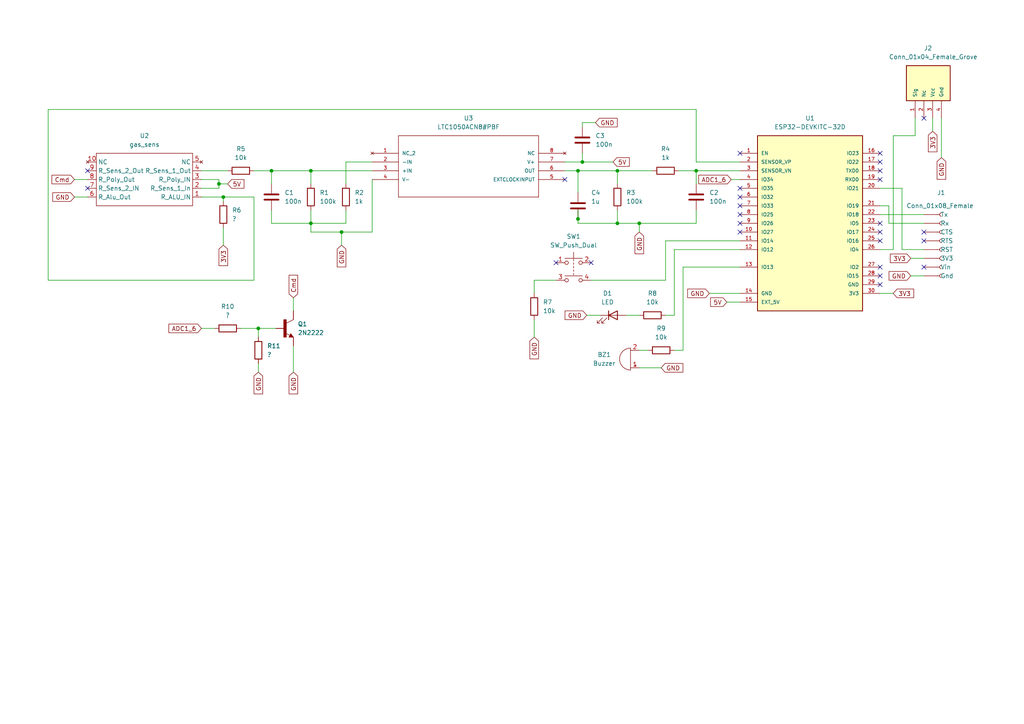
<source format=kicad_sch>
(kicad_sch (version 20211123) (generator eeschema)
  (paper "A4")
  (title_block (title "Schématique capteur de gaz_V1") (date "2021-11-30") (company "INSA Toulouse"))
  (lib_symbols
    (symbol "110990030:110990030" (pin_names (offset 1.016))
      (property "Reference" "J2" (at 6.35 0.0001 0))
      (property "Value" "Conn_01x04_Female_Grove" (at 6.35 -2.5399 0))
      (symbol "110990030_0_0"
        (rectangle (start -5.08 -7.62) (end 5.08 5.08) (stroke (width 0.254)) (fill (type background)))
        (pin passive line (at -10.16 2.54 0) (length 5.08) (name "Sig") (number "1"))
        (pin passive line (at -10.16 0 0) (length 5.08) (name "Nc") (number "2"))
        (pin passive line (at -10.16 -2.54 0) (length 5.08) (name "Vcc") (number "3"))
        (pin passive line (at -10.16 -5.08 0) (length 5.08) (name "Gnd") (number "4"))
      )
    )
    (symbol "2N2222:2N2222" (pin_numbers hide) (pin_names (offset 1.016) hide)
      (property "Reference" "Q" (at -10.16 7.62 0))
      (property "Value" "2N2222" (at -10.16 -7.62 0))
      (symbol "2N2222_0_0"
        (rectangle (start -0.254 -2.54) (end 0.508 2.54) (fill (type outline)))
        (polyline (pts (xy 1.27 -2.54) (xy 1.778 -1.524)) (stroke (width 0.1524)))
        (polyline (pts (xy 1.524 -2.413) (xy 2.286 -2.413)) (stroke (width 0.254)))
        (polyline (pts (xy 1.524 -2.286) (xy 1.905 -2.286)) (stroke (width 0.254)))
        (polyline (pts (xy 1.5494 -2.032) (xy 0.3048 -1.4224)) (stroke (width 0.1524)))
        (polyline (pts (xy 1.778 -1.778) (xy 1.524 -2.286)) (stroke (width 0.254)))
        (polyline (pts (xy 1.778 -1.524) (xy 2.54 -2.54)) (stroke (width 0.1524)))
        (polyline (pts (xy 1.905 -2.286) (xy 1.778 -2.032)) (stroke (width 0.254)))
        (polyline (pts (xy 2.286 -2.413) (xy 1.778 -1.778)) (stroke (width 0.254)))
        (polyline (pts (xy 2.54 -2.54) (xy 1.27 -2.54)) (stroke (width 0.1524)))
        (polyline (pts (xy 2.54 2.54) (xy 0.508 1.524)) (stroke (width 0.1524)))
        (pin passive line (at 2.54 -5.08 90) (length 2.54) (name "~") (number "1"))
        (pin passive line (at -2.54 0 0) (length 2.54) (name "~") (number "2"))
        (pin passive line (at 2.54 5.08 270) (length 2.54) (name "~") (number "3"))
      )
    )
    (symbol "Connector:Conn_01x08_Female" (pin_numbers hide) (pin_names (offset 1.016))
      (property "Reference" "J1" (at -1.27 13.97 0))
      (property "Value" "Conn_01x08_Female" (at -10.16 10.16 0))
      (symbol "Conn_01x08_Female_1_1"
        (arc (start 0 -9.652) (mid -0.508 -10.16) (end 0 -10.668) (stroke (width 0.1524)))
        (arc (start 0 -7.112) (mid -0.508 -7.62) (end 0 -8.128) (stroke (width 0.1524)))
        (arc (start 0 -4.572) (mid -0.508 -5.08) (end 0 -5.588) (stroke (width 0.1524)))
        (arc (start 0 -2.032) (mid -0.508 -2.54) (end 0 -3.048) (stroke (width 0.1524)))
        (polyline (pts (xy -1.27 -10.16) (xy -0.508 -10.16)) (stroke (width 0.1524)))
        (polyline (pts (xy -1.27 -7.62) (xy -0.508 -7.62)) (stroke (width 0.1524)))
        (polyline (pts (xy -1.27 -5.08) (xy -0.508 -5.08)) (stroke (width 0.1524)))
        (polyline (pts (xy -1.27 -2.54) (xy -0.508 -2.54)) (stroke (width 0.1524)))
        (polyline (pts (xy -1.27 0) (xy -0.508 0)) (stroke (width 0.1524)))
        (polyline (pts (xy -1.27 2.54) (xy -0.508 2.54)) (stroke (width 0.1524)))
        (polyline (pts (xy -1.27 5.08) (xy -0.508 5.08)) (stroke (width 0.1524)))
        (polyline (pts (xy -1.27 7.62) (xy -0.508 7.62)) (stroke (width 0.1524)))
        (arc (start 0 0.508) (mid -0.508 0) (end 0 -0.508) (stroke (width 0.1524)))
        (arc (start 0 3.048) (mid -0.508 2.54) (end 0 2.032) (stroke (width 0.1524)))
        (arc (start 0 5.588) (mid -0.508 5.08) (end 0 4.572) (stroke (width 0.1524)))
        (arc (start 0 8.128) (mid -0.508 7.62) (end 0 7.112) (stroke (width 0.1524)))
        (pin passive line (at -5.08 7.62 0) (length 3.81) (name "Tx") (number "1"))
        (pin passive line (at -5.08 5.08 0) (length 3.81) (name "Rx") (number "2"))
        (pin passive line (at -5.08 2.54 0) (length 3.81) (name "CTS") (number "3"))
        (pin passive line (at -5.08 0 0) (length 3.81) (name "RTS") (number "4"))
        (pin passive line (at -5.08 -2.54 0) (length 3.81) (name "RST") (number "5"))
        (pin passive line (at -5.08 -5.08 0) (length 3.81) (name "3V3") (number "6"))
        (pin passive line (at -5.08 -7.62 0) (length 3.81) (name "Vin") (number "7"))
        (pin passive line (at -5.08 -10.16 0) (length 3.81) (name "Gnd") (number "8"))
      )
    )
    (symbol "Device:Buzzer" (pin_names (offset 0.0254) hide)
      (property "Reference" "BZ" (at 3.81 1.27 0))
      (property "Value" "Buzzer" (at 3.81 -1.27 0))
      (symbol "Buzzer_0_1"
        (arc (start 0 -3.175) (mid 3.175 0) (end 0 3.175))
        (polyline (pts (xy -1.651 1.905) (xy -1.143 1.905)))
        (polyline (pts (xy -1.397 2.159) (xy -1.397 1.651)))
        (polyline (pts (xy 0 3.175) (xy 0 -3.175)))
      )
      (symbol "Buzzer_1_1"
        (pin passive line (at -2.54 2.54 0) (length 2.54) (name "-") (number "1"))
        (pin passive line (at -2.54 -2.54 0) (length 2.54) (name "+") (number "2"))
      )
    )
    (symbol "Device:C" (pin_numbers hide) (pin_names (offset 0.254))
      (property "Reference" "C" (at 0.635 2.54 0))
      (property "Value" "C" (at 0.635 -2.54 0))
      (symbol "C_0_1"
        (polyline (pts (xy -2.032 -0.762) (xy 2.032 -0.762)) (stroke (width 0.508)))
        (polyline (pts (xy -2.032 0.762) (xy 2.032 0.762)) (stroke (width 0.508)))
      )
      (symbol "C_1_1"
        (pin passive line (at 0 3.81 270) (length 2.794) (name "~") (number "1"))
        (pin passive line (at 0 -3.81 90) (length 2.794) (name "~") (number "2"))
      )
    )
    (symbol "Device:LED" (pin_numbers hide) (pin_names (offset 1.016) hide)
      (property "Reference" "D" (at 0 2.54 0))
      (property "Value" "LED" (at 0 -2.54 0))
      (symbol "LED_0_1"
        (polyline (pts (xy -1.27 -1.27) (xy -1.27 1.27)) (stroke (width 0.254)))
        (polyline (pts (xy -1.27 0) (xy 1.27 0)))
        (polyline (pts (xy 1.27 -1.27) (xy 1.27 1.27) (xy -1.27 0) (xy 1.27 -1.27)) (stroke (width 0.254)))
        (polyline (pts (xy -3.048 -0.762) (xy -4.572 -2.286) (xy -3.81 -2.286) (xy -4.572 -2.286) (xy -4.572 -1.524)))
        (polyline (pts (xy -1.778 -0.762) (xy -3.302 -2.286) (xy -2.54 -2.286) (xy -3.302 -2.286) (xy -3.302 -1.524)))
      )
      (symbol "LED_1_1"
        (pin passive line (at -3.81 0 0) (length 2.54) (name "K") (number "1"))
        (pin passive line (at 3.81 0 180) (length 2.54) (name "A") (number "2"))
      )
    )
    (symbol "Device:R" (pin_numbers hide) (pin_names (offset 0))
      (property "Reference" "R" (at 2.032 0 90))
      (property "Value" "R" (at 0 0 90))
      (symbol "R_0_1"
        (rectangle (start -1.016 -2.54) (end 1.016 2.54) (stroke (width 0.254)))
      )
      (symbol "R_1_1"
        (pin passive line (at 0 3.81 270) (length 1.27) (name "~") (number "1"))
        (pin passive line (at 0 -3.81 90) (length 1.27) (name "~") (number "2"))
      )
    )
    (symbol "ESP32-DEVKITC-32D:ESP32-DEVKITC-32D" (pin_names (offset 1.016))
      (property "Reference" "U1" (at 0 30.48 0))
      (property "Value" "ESP32-DEVKITC-32D" (at 0 27.94 0))
      (symbol "ESP32-DEVKITC-32D_0_0"
        (rectangle (start -15.24 -25.4) (end 15.24 25.4) (stroke (width 0.254)) (fill (type background)))
        (pin input line (at -20.32 20.32 0) (length 5.08) (name "EN") (number "1"))
        (pin bidirectional line (at -20.32 -2.54 0) (length 5.08) (name "IO27") (number "10"))
        (pin bidirectional line (at -20.32 -5.08 0) (length 5.08) (name "IO14") (number "11"))
        (pin bidirectional line (at -20.32 -7.62 0) (length 5.08) (name "IO12") (number "12"))
        (pin bidirectional line (at -20.32 -12.7 0) (length 5.08) (name "IO13") (number "13"))
        (pin power_in line (at -20.32 -20.32 0) (length 5.08) (name "GND") (number "14"))
        (pin bidirectional line (at -20.32 -22.86 0) (length 5.08) (name "EXT_5V") (number "15"))
        (pin bidirectional line (at 20.32 20.32 180) (length 5.08) (name "IO23") (number "16"))
        (pin bidirectional line (at 20.32 17.78 180) (length 5.08) (name "IO22") (number "17"))
        (pin output line (at 20.32 15.24 180) (length 5.08) (name "TXD0") (number "18"))
        (pin input line (at 20.32 12.7 180) (length 5.08) (name "RXD0") (number "19"))
        (pin input line (at -20.32 17.78 0) (length 5.08) (name "SENSOR_VP") (number "2"))
        (pin bidirectional line (at 20.32 10.16 180) (length 5.08) (name "IO21") (number "20"))
        (pin bidirectional line (at 20.32 5.08 180) (length 5.08) (name "IO19") (number "21"))
        (pin bidirectional line (at 20.32 2.54 180) (length 5.08) (name "IO18") (number "22"))
        (pin bidirectional line (at 20.32 0 180) (length 5.08) (name "IO5") (number "23"))
        (pin bidirectional line (at 20.32 -2.54 180) (length 5.08) (name "IO17") (number "24"))
        (pin bidirectional line (at 20.32 -5.08 180) (length 5.08) (name "IO16") (number "25"))
        (pin bidirectional line (at 20.32 -7.62 180) (length 5.08) (name "IO4") (number "26"))
        (pin bidirectional line (at 20.32 -12.7 180) (length 5.08) (name "IO2") (number "27"))
        (pin bidirectional line (at 20.32 -15.24 180) (length 5.08) (name "IO15") (number "28"))
        (pin bidirectional line (at 20.32 -17.78 180) (length 5.08) (name "GND") (number "29"))
        (pin input line (at -20.32 15.24 0) (length 5.08) (name "SENSOR_VN") (number "3"))
        (pin bidirectional line (at 20.32 -20.32 180) (length 5.08) (name "3V3") (number "30"))
        (pin bidirectional line (at -20.32 12.7 0) (length 5.08) (name "IO34") (number "4"))
        (pin bidirectional line (at -20.32 10.16 0) (length 5.08) (name "IO35") (number "5"))
        (pin bidirectional line (at -20.32 7.62 0) (length 5.08) (name "IO32") (number "6"))
        (pin bidirectional line (at -20.32 5.08 0) (length 5.08) (name "IO33") (number "7"))
        (pin bidirectional line (at -20.32 2.54 0) (length 5.08) (name "IO25") (number "8"))
        (pin bidirectional line (at -20.32 0 0) (length 5.08) (name "IO26") (number "9"))
      )
    )
    (symbol "LTC1050ACN8_PBF:LTC1050ACN8#PBF" (pin_names (offset 1.016))
      (property "Reference" "U3" (at 27.94 10.16 0))
      (property "Value" "LTC1050ACN8#PBF" (at 27.94 7.62 0))
      (symbol "LTC1050ACN8#PBF_0_0"
        (polyline (pts (xy 7.62 -12.7) (xy 48.26 -12.7)) (stroke (width 0.1524)))
        (polyline (pts (xy 7.62 5.08) (xy 7.62 -12.7)) (stroke (width 0.1524)))
        (polyline (pts (xy 48.26 -12.7) (xy 48.26 5.08)) (stroke (width 0.1524)))
        (polyline (pts (xy 48.26 5.08) (xy 7.62 5.08)) (stroke (width 0.1524)))
        (pin no_connect line (at 0 0 0) (length 7.62) (name "NC_2") (number "1"))
        (pin input line (at 0 -2.54 0) (length 7.62) (name "-IN") (number "2"))
        (pin input line (at 0 -5.08 0) (length 7.62) (name "+IN") (number "3"))
        (pin power_out line (at 0 -7.62 0) (length 7.62) (name "V-") (number "4"))
        (pin input line (at 55.88 -7.62 180) (length 7.62) (name "EXTCLOCKINPUT") (number "5"))
        (pin output line (at 55.88 -5.08 180) (length 7.62) (name "OUT") (number "6"))
        (pin bidirectional line (at 55.88 -2.54 180) (length 7.62) (name "V+") (number "7"))
        (pin no_connect line (at 55.88 0 180) (length 7.62) (name "NC") (number "8"))
      )
    )
    (symbol "Switch:SW_Push_Dual" (pin_names (offset 1.016) hide)
      (property "Reference" "SW1" (at 0 7.62 0))
      (property "Value" "SW_Push_Dual" (at 0 5.08 0))
      (symbol "SW_Push_Dual_0_1"
        (circle (center -2.032 -5.08) (radius 0.508))
        (circle (center -2.032 0) (radius 0.508))
        (polyline (pts (xy 0 -3.048) (xy 0 -3.556)))
        (polyline (pts (xy 0 -2.032) (xy 0 -2.54)))
        (polyline (pts (xy 0 -1.524) (xy 0 -1.016)))
        (polyline (pts (xy 0 -0.508) (xy 0 0)))
        (polyline (pts (xy 0 0.508) (xy 0 1.016)))
        (polyline (pts (xy 0 1.27) (xy 0 3.048)))
        (polyline (pts (xy 2.54 -3.81) (xy -2.54 -3.81)))
        (polyline (pts (xy 2.54 1.27) (xy -2.54 1.27)))
        (circle (center 2.032 -5.08) (radius 0.508))
        (circle (center 2.032 0) (radius 0.508))
        (pin passive line (at -5.08 0 0) (length 2.54) (name "1") (number "1"))
        (pin passive line (at 5.08 0 180) (length 2.54) (name "2") (number "2"))
        (pin passive line (at -5.08 -5.08 0) (length 2.54) (name "3") (number "3"))
        (pin passive line (at 5.08 -5.08 180) (length 2.54) (name "4") (number "4"))
      )
    )
    (symbol "TO-5_sensor_gas:gas_sens"
      (property "Reference" "U2" (at -6.35 15.24 0))
      (property "Value" "gas_sens" (at -6.35 12.7 0))
      (symbol "gas_sens_0_1"
        (rectangle (start -7.62 5.08) (end 20.32 -10.16) (stroke (width 0.1524)))
      )
      (symbol "gas_sens_1_1"
        (pin input line (at -10.16 2.54 0) (length 2.54) (name "R_ALU_IN") (number "1"))
        (pin no_connect line (at 22.86 -7.62 180) (length 2.54) (name "NC") (number "10"))
        (pin input line (at -10.16 0 0) (length 2.54) (name "R_Sens_1_In") (number "2"))
        (pin input line (at -10.16 -2.54 0) (length 2.54) (name "R_Poly_IN") (number "3"))
        (pin output line (at -10.16 -5.08 0) (length 2.54) (name "R_Sens_1_Out") (number "4"))
        (pin no_connect line (at -10.16 -7.62 0) (length 2.54) (name "NC") (number "5"))
        (pin output line (at 22.86 2.54 180) (length 2.54) (name "R_Alu_Out") (number "6"))
        (pin input line (at 22.86 0 180) (length 2.54) (name "R_Sens_2_IN") (number "7"))
        (pin input line (at 22.86 -2.54 180) (length 2.54) (name "R_Poly_Out") (number "8"))
        (pin output line (at 22.86 -5.08 180) (length 2.54) (name "R_Sens_2_Out") (number "9"))
      )
    )
  )
  (junction (at 201.93 49.53))
  (junction (at 179.07 49.53))
  (junction (at 167.64 49.53))
  (junction (at 63.5 53.34))
  (junction (at 99.06 67.31))
  (junction (at 179.07 64.77))
  (junction (at 168.91 46.99))
  (junction (at 90.17 49.53))
  (junction (at 185.42 64.77))
  (junction (at 64.77 57.15))
  (junction (at 90.17 64.77))
  (junction (at 78.74 49.53))
  (junction (at 74.93 95.25))
  (junction (at 167.64 63.5))
  (no_connect (at 267.97 34.29))
  (no_connect (at 163.83 52.07))
  (no_connect (at 161.29 76.2))
  (no_connect (at 214.63 64.77))
  (no_connect (at 214.63 67.31))
  (no_connect (at 214.63 62.23))
  (no_connect (at 214.63 59.69))
  (no_connect (at 214.63 54.61))
  (no_connect (at 214.63 57.15))
  (no_connect (at 214.63 44.45))
  (no_connect (at 255.27 82.55))
  (no_connect (at 255.27 77.47))
  (no_connect (at 255.27 80.01))
  (no_connect (at 255.27 64.77))
  (no_connect (at 255.27 69.85))
  (no_connect (at 255.27 67.31))
  (no_connect (at 255.27 44.45))
  (no_connect (at 255.27 46.99))
  (no_connect (at 255.27 49.53))
  (no_connect (at 255.27 52.07))
  (no_connect (at 171.45 76.2))
  (no_connect (at 25.4 49.53))
  (no_connect (at 25.4 54.61))
  (no_connect (at 267.97 67.31))
  (no_connect (at 267.97 69.85))
  (no_connect (at 267.97 77.47))
  (wire (pts (xy 154.94 81.28) (xy 154.94 85.09)))
  (wire (pts (xy 185.42 64.77) (xy 179.07 64.77)))
  (wire (pts (xy 168.91 35.56) (xy 168.91 36.83)))
  (wire (pts (xy 90.17 67.31) (xy 99.06 67.31)))
  (wire (pts (xy 198.12 101.6) (xy 198.12 77.47)))
  (wire (pts (xy 267.97 64.77) (xy 257.81 64.77)))
  (wire (pts (xy 74.93 95.25) (xy 80.01 95.25)))
  (wire (pts (xy 170.18 91.44) (xy 173.99 91.44)))
  (wire (pts (xy 13.97 31.75) (xy 201.93 31.75)))
  (wire (pts (xy 255.27 72.39) (xy 259.08 72.39)))
  (wire (pts (xy 205.74 85.09) (xy 214.63 85.09)))
  (wire (pts (xy 78.74 64.77) (xy 90.17 64.77)))
  (wire (pts (xy 198.12 77.47) (xy 214.63 77.47)))
  (wire (pts (xy 181.61 91.44) (xy 185.42 91.44)))
  (wire (pts (xy 13.97 31.75) (xy 13.97 81.28)))
  (wire (pts (xy 201.93 49.53) (xy 201.93 53.34)))
  (wire (pts (xy 58.42 95.25) (xy 62.23 95.25)))
  (wire (pts (xy 167.64 49.53) (xy 179.07 49.53)))
  (wire (pts (xy 201.93 64.77) (xy 185.42 64.77)))
  (wire (pts (xy 167.64 63.5) (xy 167.64 64.77)))
  (wire (pts (xy 195.58 101.6) (xy 198.12 101.6)))
  (wire (pts (xy 193.04 69.85) (xy 214.63 69.85)))
  (wire (pts (xy 161.29 81.28) (xy 154.94 81.28)))
  (wire (pts (xy 179.07 64.77) (xy 167.64 64.77)))
  (wire (pts (xy 210.82 87.63) (xy 214.63 87.63)))
  (wire (pts (xy 73.66 57.15) (xy 73.66 81.28)))
  (wire (pts (xy 74.93 105.41) (xy 74.93 107.95)))
  (wire (pts (xy 63.5 53.34) (xy 63.5 52.07)))
  (wire (pts (xy 100.33 64.77) (xy 90.17 64.77)))
  (wire (pts (xy 58.42 54.61) (xy 63.5 54.61)))
  (wire (pts (xy 273.05 34.29) (xy 273.05 45.72)))
  (wire (pts (xy 100.33 53.34) (xy 100.33 46.99)))
  (wire (pts (xy 74.93 95.25) (xy 74.93 97.79)))
  (wire (pts (xy 212.09 52.07) (xy 214.63 52.07)))
  (wire (pts (xy 255.27 85.09) (xy 259.08 85.09)))
  (wire (pts (xy 73.66 49.53) (xy 78.74 49.53)))
  (wire (pts (xy 168.91 46.99) (xy 168.91 44.45)))
  (wire (pts (xy 58.42 57.15) (xy 64.77 57.15)))
  (wire (pts (xy 185.42 64.77) (xy 185.42 67.31)))
  (wire (pts (xy 90.17 49.53) (xy 90.17 53.34)))
  (wire (pts (xy 58.42 52.07) (xy 63.5 52.07)))
  (wire (pts (xy 185.42 101.6) (xy 187.96 101.6)))
  (wire (pts (xy 63.5 53.34) (xy 66.04 53.34)))
  (wire (pts (xy 64.77 57.15) (xy 73.66 57.15)))
  (wire (pts (xy 163.83 49.53) (xy 167.64 49.53)))
  (wire (pts (xy 99.06 67.31) (xy 107.95 67.31)))
  (wire (pts (xy 64.77 57.15) (xy 64.77 58.42)))
  (wire (pts (xy 167.64 49.53) (xy 167.64 55.88)))
  (wire (pts (xy 90.17 67.31) (xy 90.17 64.77)))
  (wire (pts (xy 185.42 106.68) (xy 191.77 106.68)))
  (wire (pts (xy 100.33 46.99) (xy 107.95 46.99)))
  (wire (pts (xy 195.58 91.44) (xy 195.58 72.39)))
  (wire (pts (xy 78.74 53.34) (xy 78.74 49.53)))
  (wire (pts (xy 171.45 81.28) (xy 193.04 81.28)))
  (wire (pts (xy 270.51 34.29) (xy 270.51 38.1)))
  (wire (pts (xy 257.81 64.77) (xy 257.81 59.69)))
  (wire (pts (xy 64.77 66.04) (xy 64.77 71.12)))
  (wire (pts (xy 201.93 46.99) (xy 214.63 46.99)))
  (wire (pts (xy 264.16 80.01) (xy 267.97 80.01)))
  (wire (pts (xy 259.08 39.37) (xy 259.08 72.39)))
  (wire (pts (xy 261.62 72.39) (xy 261.62 54.61)))
  (wire (pts (xy 195.58 72.39) (xy 214.63 72.39)))
  (wire (pts (xy 261.62 54.61) (xy 255.27 54.61)))
  (wire (pts (xy 179.07 49.53) (xy 189.23 49.53)))
  (wire (pts (xy 267.97 72.39) (xy 261.62 72.39)))
  (wire (pts (xy 90.17 49.53) (xy 107.95 49.53)))
  (wire (pts (xy 100.33 60.96) (xy 100.33 64.77)))
  (wire (pts (xy 163.83 46.99) (xy 168.91 46.99)))
  (wire (pts (xy 201.93 31.75) (xy 201.93 46.99)))
  (wire (pts (xy 85.09 100.33) (xy 85.09 107.95)))
  (wire (pts (xy 201.93 49.53) (xy 214.63 49.53)))
  (wire (pts (xy 167.64 60.96) (xy 167.64 63.5)))
  (wire (pts (xy 21.59 52.07) (xy 25.4 52.07)))
  (wire (pts (xy 154.94 92.71) (xy 154.94 97.79)))
  (wire (pts (xy 107.95 52.07) (xy 107.95 67.31)))
  (wire (pts (xy 78.74 60.96) (xy 78.74 64.77)))
  (wire (pts (xy 201.93 60.96) (xy 201.93 64.77)))
  (wire (pts (xy 13.97 81.28) (xy 73.66 81.28)))
  (wire (pts (xy 193.04 81.28) (xy 193.04 69.85)))
  (wire (pts (xy 259.08 39.37) (xy 265.43 39.37)))
  (wire (pts (xy 69.85 95.25) (xy 74.93 95.25)))
  (wire (pts (xy 58.42 49.53) (xy 66.04 49.53)))
  (wire (pts (xy 90.17 64.77) (xy 90.17 60.96)))
  (wire (pts (xy 85.09 86.36) (xy 85.09 90.17)))
  (wire (pts (xy 168.91 46.99) (xy 177.8 46.99)))
  (wire (pts (xy 172.72 35.56) (xy 168.91 35.56)))
  (wire (pts (xy 196.85 49.53) (xy 201.93 49.53)))
  (wire (pts (xy 78.74 49.53) (xy 90.17 49.53)))
  (wire (pts (xy 179.07 53.34) (xy 179.07 49.53)))
  (wire (pts (xy 21.59 57.15) (xy 25.4 57.15)))
  (wire (pts (xy 255.27 62.23) (xy 267.97 62.23)))
  (wire (pts (xy 99.06 67.31) (xy 99.06 71.12)))
  (wire (pts (xy 265.43 39.37) (xy 265.43 34.29)))
  (wire (pts (xy 264.16 74.93) (xy 267.97 74.93)))
  (wire (pts (xy 179.07 60.96) (xy 179.07 64.77)))
  (wire (pts (xy 193.04 91.44) (xy 195.58 91.44)))
  (wire (pts (xy 63.5 54.61) (xy 63.5 53.34)))
  (wire (pts (xy 257.81 59.69) (xy 255.27 59.69)))
  (global_label "3V3" (shape input) (at 64.77 71.12 270) (property "Intersheet References" "${INTERSHEET_REFS}" (effects hide)))
  (global_label "GND" (shape input) (at 85.09 107.95 270) (property "Intersheet References" "${INTERSHEET_REFS}" (effects hide)))
  (global_label "GND" (shape input) (at 191.77 106.68 0) (property "Intersheet References" "${INTERSHEET_REFS}" (effects hide)))
  (global_label "GND" (shape input) (at 99.06 71.12 270) (property "Intersheet References" "${INTERSHEET_REFS}" (effects hide)))
  (global_label "5V" (shape input) (at 177.8 46.99 0) (property "Intersheet References" "${INTERSHEET_REFS}" (effects hide)))
  (global_label "Cmd" (shape input) (at 21.59 52.07 180) (property "Intersheet References" "${INTERSHEET_REFS}" (effects hide)))
  (global_label "GND" (shape input) (at 172.72 35.56 0) (property "Intersheet References" "${INTERSHEET_REFS}" (effects hide)))
  (global_label "5V" (shape input) (at 210.82 87.63 180) (property "Intersheet References" "${INTERSHEET_REFS}" (effects hide)))
  (global_label "GND" (shape input) (at 205.74 85.09 180) (property "Intersheet References" "${INTERSHEET_REFS}" (effects hide)))
  (global_label "ADC1_6" (shape input) (at 212.09 52.07 180) (property "Intersheet References" "${INTERSHEET_REFS}" (effects hide)))
  (global_label "3V3" (shape input) (at 264.16 74.93 180) (property "Intersheet References" "${INTERSHEET_REFS}" (effects hide)))
  (global_label "GND" (shape input) (at 170.18 91.44 180) (property "Intersheet References" "${INTERSHEET_REFS}" (effects hide)))
  (global_label "GND" (shape input) (at 273.05 45.72 270) (property "Intersheet References" "${INTERSHEET_REFS}" (effects hide)))
  (global_label "GND" (shape input) (at 264.16 80.01 180) (property "Intersheet References" "${INTERSHEET_REFS}" (effects hide)))
  (global_label "GND" (shape input) (at 74.93 107.95 270) (property "Intersheet References" "${INTERSHEET_REFS}" (effects hide)))
  (global_label "3V3" (shape input) (at 259.08 85.09 0) (property "Intersheet References" "${INTERSHEET_REFS}" (effects hide)))
  (global_label "5V" (shape input) (at 66.04 53.34 0) (property "Intersheet References" "${INTERSHEET_REFS}" (effects hide)))
  (global_label "3V3" (shape input) (at 270.51 38.1 270) (property "Intersheet References" "${INTERSHEET_REFS}" (effects hide)))
  (global_label "GND" (shape input) (at 185.42 67.31 270) (property "Intersheet References" "${INTERSHEET_REFS}" (effects hide)))
  (global_label "GND" (shape input) (at 154.94 97.79 270) (property "Intersheet References" "${INTERSHEET_REFS}" (effects hide)))
  (global_label "GND" (shape input) (at 21.59 57.15 180) (property "Intersheet References" "${INTERSHEET_REFS}" (effects hide)))
  (global_label "Cmd" (shape input) (at 85.09 86.36 90) (property "Intersheet References" "${INTERSHEET_REFS}" (effects hide)))
  (global_label "ADC1_6" (shape input) (at 58.42 95.25 180) (property "Intersheet References" "${INTERSHEET_REFS}" (effects hide)))
  (symbol (lib_id "Switch:SW_Push_Dual") (at 166.37 76.2 0) (unit 1)
    (property "Reference" "SW1" (at 166.37 68.58 0))
    (property "Value" "SW_Push_Dual" (at 166.37 71.12 0))
    (property "Footprint" "Socket_Arduino_Uno:SW_PUSH_6mm_sensor" (effects hide))
  )
  (symbol (lib_id "LTC1050ACN8_PBF:LTC1050ACN8#PBF") (at 107.95 44.45 0) (unit 1)
    (property "Reference" "U3" (at 135.89 34.29 0))
    (property "Value" "LTC1050ACN8#PBF" (at 135.89 36.83 0))
    (property "Footprint" "Package_DIP:DIP-10_W7.62mm_LongPads" (effects hide))
    (property "COPYRIGHT" "Copyright C 2016 Accelerated Designs. All rights reserved" (effects hide))
    (property "MANUFACTURER_PART_NUMBER" "ltc1050acn8" (effects hide))
    (property "VENDOR" "Linear Technology" (effects hide))
  )
  (symbol (lib_id "Device:Buzzer") (at 182.88 104.14 180) (unit 1)
    (property "Reference" "BZ1" (at 175.26 102.87 0))
    (property "Value" "Buzzer" (at 175.26 105.41 0))
    (property "Footprint" "Buzzer_Beeper:MagneticBuzzer_Kingstate_KCG0601" (effects hide))
  )
  (symbol (lib_id "Device:R") (at 154.94 88.9 180) (unit 1)
    (property "Reference" "R7" (at 157.48 87.6299 0) (effects (justify right)))
    (property "Value" "10k" (at 157.48 90.1699 0) (effects (justify right)))
    (property "Footprint" "Resistor_THT:R_Axial_DIN0204_L3.6mm_D1.6mm_P7.62mm_Horizontal" (effects hide))
  )
  (symbol (lib_id "ESP32-DEVKITC-32D:ESP32-DEVKITC-32D") (at 234.95 64.77 0) (unit 1)
    (property "Reference" "U1" (at 234.95 34.29 0))
    (property "Value" "ESP32-DEVKITC-32D" (at 234.95 36.83 0))
    (property "Footprint" "Socket_Arduino_Uno:ESP32_DEVKIT_SENSOR_GAS" (effects hide))
    (property "PARTREV" "4" (effects hide))
    (property "MANUFACTURER" "Espressif Systems" (effects hide))
  )
  (symbol (lib_id "2N2222:2N2222") (at 82.55 95.25 0) (unit 1)
    (property "Reference" "Q1" (at 86.36 93.9799 0) (effects (justify left)))
    (property "Value" "2N2222" (at 86.36 96.5199 0) (effects (justify left)))
    (property "Footprint" "2N2222:TO127P584H533-3" (effects hide))
    (property "STANDARD" "IPC 7351B" (effects hide))
    (property "PARTREV" "R2" (effects hide))
    (property "MAXIMUM_PACKAGE_HEIGHT" "5.33 mm" (effects hide))
    (property "MANUFACTURER" "Micross" (effects hide))
  )
  (symbol (lib_id "TO-5_sensor_gas:gas_sens") (at 48.26 54.61 180) (unit 1)
    (property "Reference" "U2" (at 41.91 39.37 0))
    (property "Value" "gas_sens" (at 41.91 41.91 0))
    (property "Footprint" "Socket_Arduino_Uno:Sensor_gas_package" (effects hide))
  )
  (symbol (lib_id "Device:C") (at 78.74 57.15 0) (unit 1)
    (property "Reference" "C1" (at 82.55 55.8799 0) (effects (justify left)))
    (property "Value" "100n" (at 82.55 58.4199 0) (effects (justify left)))
    (property "Footprint" "Capacitor_THT:CP_Radial_D5.0mm_P2.50mm" (effects hide))
  )
  (symbol (lib_id "Device:R") (at 74.93 101.6 0) (unit 1)
    (property "Reference" "R11" (at 77.47 100.3299 0) (effects (justify left)))
    (property "Value" "?" (at 77.47 102.8699 0) (effects (justify left)))
    (property "Footprint" "Resistor_THT:R_Axial_DIN0204_L3.6mm_D1.6mm_P7.62mm_Horizontal" (effects hide))
  )
  (symbol (lib_id "Connector:Conn_01x08_Female") (at 273.05 69.85 0) (unit 1)
    (property "Reference" "J1" (at 271.78 55.88 0) (effects (justify left)))
    (property "Value" "Conn_01x08_Female" (at 262.89 59.69 0) (effects (justify left)))
    (property "Footprint" "Connector_TE-Connectivity:TE_826576-8_1x08_P3.96mm_Vertical" (effects hide))
  )
  (symbol (lib_id "Device:R") (at 193.04 49.53 90) (unit 1)
    (property "Reference" "R4" (at 193.04 43.18 90))
    (property "Value" "1k" (at 193.04 45.72 90))
    (property "Footprint" "Resistor_THT:R_Axial_DIN0204_L3.6mm_D1.6mm_P7.62mm_Horizontal" (effects hide))
  )
  (symbol (lib_id "Device:R") (at 90.17 57.15 0) (unit 1)
    (property "Reference" "R1" (at 92.71 55.8799 0) (effects (justify left)))
    (property "Value" "100k" (at 92.71 58.4199 0) (effects (justify left)))
    (property "Footprint" "Resistor_THT:R_Axial_DIN0204_L3.6mm_D1.6mm_P7.62mm_Horizontal" (effects hide))
  )
  (symbol (lib_id "Device:C") (at 201.93 57.15 0) (unit 1)
    (property "Reference" "C2" (at 205.74 55.8799 0) (effects (justify left)))
    (property "Value" "100n" (at 205.74 58.4199 0) (effects (justify left)))
    (property "Footprint" "Capacitor_THT:CP_Radial_D5.0mm_P2.50mm" (effects hide))
  )
  (symbol (lib_id "Device:C") (at 167.64 59.69 0) (unit 1)
    (property "Reference" "C4" (at 171.45 55.8799 0) (effects (justify left)))
    (property "Value" "1u" (at 171.45 58.4199 0) (effects (justify left)))
    (property "Footprint" "Capacitor_THT:CP_Radial_D5.0mm_P2.50mm" (effects hide))
  )
  (symbol (lib_id "Device:R") (at 191.77 101.6 270) (unit 1)
    (property "Reference" "R9" (at 191.77 95.25 90))
    (property "Value" "10k" (at 191.77 97.79 90))
    (property "Footprint" "Resistor_THT:R_Axial_DIN0204_L3.6mm_D1.6mm_P7.62mm_Horizontal" (effects hide))
  )
  (symbol (lib_id "Device:R") (at 64.77 62.23 0) (unit 1)
    (property "Reference" "R6" (at 67.31 60.9599 0) (effects (justify left)))
    (property "Value" "?" (at 67.31 63.4999 0) (effects (justify left)))
    (property "Footprint" "Resistor_THT:R_Axial_DIN0204_L3.6mm_D1.6mm_P7.62mm_Horizontal" (effects hide))
  )
  (symbol (lib_id "110990030:110990030") (at 267.97 24.13 90) (unit 1)
    (property "Reference" "J2" (at 267.97 13.97 90) (effects (justify right)))
    (property "Value" "Conn_01x04_Female_Grove" (at 257.81 16.51 90) (effects (justify right)))
    (property "Footprint" "Conn_grove:SEEED_110990030" (effects hide))
    (property "PARTREV" "A" (effects hide))
    (property "MANUFACTURER" "Seeed Technology" (effects hide))
    (property "MAXIMUM_PACKAGE_HEIGHT" "8.1mm" (effects hide))
    (property "STANDARD" "Manufacturer Recommendations" (effects hide))
  )
  (symbol (lib_id "Device:C") (at 168.91 40.64 0) (unit 1)
    (property "Reference" "C3" (at 172.72 39.3699 0) (effects (justify left)))
    (property "Value" "100n" (at 172.72 41.9099 0) (effects (justify left)))
    (property "Footprint" "Capacitor_THT:CP_Radial_D5.0mm_P2.50mm" (effects hide))
  )
  (symbol (lib_id "Device:R") (at 66.04 95.25 90) (unit 1)
    (property "Reference" "R10" (at 66.04 88.9 90))
    (property "Value" "?" (at 66.04 91.44 90))
    (property "Footprint" "Resistor_THT:R_Axial_DIN0204_L3.6mm_D1.6mm_P7.62mm_Horizontal" (effects hide))
  )
  (symbol (lib_id "Device:R") (at 100.33 57.15 0) (unit 1)
    (property "Reference" "R2" (at 102.87 55.8799 0) (effects (justify left)))
    (property "Value" "1k" (at 102.87 58.4199 0) (effects (justify left)))
    (property "Footprint" "Resistor_THT:R_Axial_DIN0204_L3.6mm_D1.6mm_P7.62mm_Horizontal" (effects hide))
  )
  (symbol (lib_id "Device:LED") (at 177.8 91.44 0) (unit 1)
    (property "Reference" "D1" (at 176.2125 85.09 0))
    (property "Value" "LED" (at 176.2125 87.63 0))
    (property "Footprint" "LED_THT:LED_D3.0mm" (effects hide))
  )
  (symbol (lib_id "Device:R") (at 179.07 57.15 0) (unit 1)
    (property "Reference" "R3" (at 181.61 55.8799 0) (effects (justify left)))
    (property "Value" "100k" (at 181.61 58.4199 0) (effects (justify left)))
    (property "Footprint" "Resistor_THT:R_Axial_DIN0204_L3.6mm_D1.6mm_P7.62mm_Horizontal" (effects hide))
  )
  (symbol (lib_id "Device:R") (at 189.23 91.44 270) (unit 1)
    (property "Reference" "R8" (at 189.23 85.09 90))
    (property "Value" "10k" (at 189.23 87.63 90))
    (property "Footprint" "Resistor_THT:R_Axial_DIN0204_L3.6mm_D1.6mm_P7.62mm_Horizontal" (effects hide))
  )
  (symbol (lib_id "Device:R") (at 69.85 49.53 90) (unit 1)
    (property "Reference" "R5" (at 69.85 43.18 90))
    (property "Value" "10k" (at 69.85 45.72 90))
    (property "Footprint" "Resistor_THT:R_Axial_DIN0204_L3.6mm_D1.6mm_P7.62mm_Horizontal" (effects hide))
  )
)
</source>
